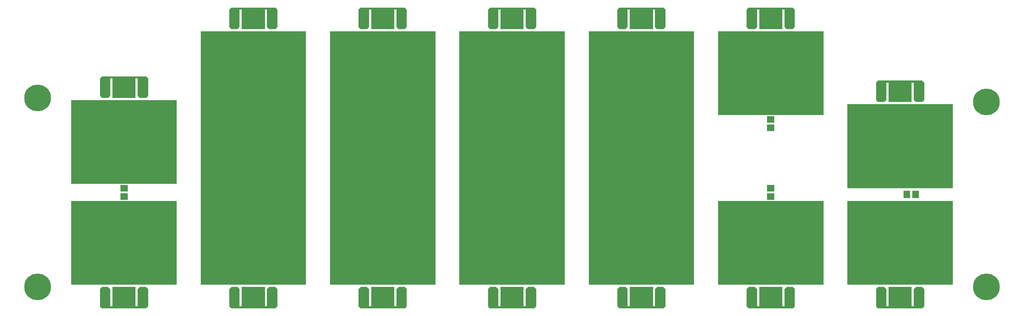
<source format=gbr>
%FSTAX66Y66*%
%MOMM*%
%SFA1B1*%

%IPPOS*%
%ADD23R,1.753196X1.553197*%
%ADD24R,1.553197X1.753196*%
%ADD25C,6.203188*%
%LNduts_soldermask_top-1*%
%LPD*%
G36*
X000180588005Y00006951759D02*
Y000065482774D01*
X000180105405Y000065000174*
X000178657605*
X00017817498Y000065482774*
Y000069500191*
X000177674981*
Y000065000174*
X000172324979*
Y000069500191*
X000171825005*
Y000065482774*
X000171342405Y000065000174*
X000169894605*
X00016941198Y000065482774*
Y00006951759*
X000169894605Y00007000019*
X000180105405*
X000180588005Y00006951759*
G37*
G36*
X000150587989Y000069517183D02*
Y000065482393D01*
X000150105389Y000064999793*
X000148657589*
X000148174989Y000065482393*
Y000069499784*
X00014767499*
Y000064999793*
X000142324988*
Y000069499784*
X000141824989*
Y000065482393*
X000141342389Y000064999793*
X000139894589*
X000139411989Y000065482393*
Y000069517183*
X000139894589Y000069999783*
X000150105389*
X000150587989Y000069517183*
G37*
G36*
X000120587998Y000069516777D02*
Y000065481987D01*
X000120105398Y000064999387*
X000118657598*
X000118174998Y000065481987*
Y000069499378*
X000117674999*
Y000064999387*
X000112324997*
Y000069499378*
X000111824998*
Y000065481987*
X000111342398Y000064999387*
X000109894598*
X000109411998Y000065481987*
Y000069516777*
X000109894598Y000069999377*
X000120105398*
X000120587998Y000069516777*
G37*
G36*
X000090587982Y000069516371D02*
Y000065481581D01*
X000090105382Y000064998981*
X000088657582*
X000088174982Y000065481581*
Y000069498972*
X000087674983*
Y000064998981*
X000082324981*
Y000069498972*
X000081824982*
Y000065481581*
X000081342382Y000064998981*
X000079894582*
X000079411982Y000065481581*
Y000069516371*
X000079894582Y000069998971*
X000090105382*
X000090587982Y000069516371*
G37*
G36*
X000060587991Y00006951599D02*
Y000065481174D01*
X000060105391Y000064998574*
X000058657591*
X000058174991Y000065481174*
Y000069498565*
X000057674992*
Y000064998574*
X00005232499*
Y000069498565*
X000051824991*
Y000065481174*
X000051342391Y000064998574*
X000049894591*
X000049411991Y000065481174*
Y00006951599*
X000049894591Y00006999859*
X000060105391*
X000060587991Y00006951599*
G37*
G36*
X000030587975Y000053515768D02*
Y000049480978D01*
X000030105375Y000048998378*
X000028657575*
X000028174975Y000049480978*
Y000053498369*
X000027674976*
Y000048998378*
X000022324999*
Y000053498369*
X000021824975*
Y000049480978*
X000021342375Y000048998378*
X000019894575*
X000019411975Y000049480978*
Y000053515768*
X000019894575Y000053998368*
X000030105375*
X000030587975Y000053515768*
G37*
G36*
X000210587996Y000052518183D02*
Y000048483393D01*
X000210105396Y000048000793*
X000208657596*
X000208174996Y000048483393*
Y000052500784*
X000207674997*
Y000048000793*
X000202324995*
Y000052500784*
X000201824996*
Y000048483393*
X000201342396Y000048000793*
X000199894596*
X000199411996Y000048483393*
Y000052518183*
X000199894596Y000053000783*
X000210105396*
X000210587996Y000052518183*
G37*
G36*
X000187221977Y000045000189D02*
X000162778008D01*
Y000064500175*
X000187221977*
Y000045000189*
G37*
G36*
X000157221961Y000044999783D02*
X000132778017D01*
Y000064499794*
X000157221961*
Y000044999783*
G37*
G36*
X000037221972Y000028998367D02*
X000012778003D01*
Y000048498379*
X000037221972*
Y000028998367*
G37*
G36*
X000217221968Y000028000782D02*
X000192777999D01*
Y000047500794*
X000217221968*
Y000028000782*
G37*
G36*
Y000005502402D02*
X000192777999D01*
Y000025002388*
X000217221968*
Y000005502402*
G37*
G36*
X000187221977Y000005501792D02*
X000162778008D01*
Y000025001804*
X000187221977*
Y000005501792*
G37*
G36*
X000157221961Y000025001397D02*
Y000005501386D01*
X000132778017*
Y000025001397*
Y000044999376*
X000157221961*
Y000025001397*
G37*
G36*
X00012722197Y000044999376D02*
Y000025000991D01*
Y000005500979*
X000102778001*
Y000025000991*
Y000044999376*
Y000064499388*
X00012722197*
Y000044999376*
G37*
G36*
X000097221979Y00004499897D02*
Y000025000585D01*
Y000005500598*
X00007277801*
Y000025000585*
Y00004499897*
Y000064498982*
X000097221979*
Y00004499897*
G37*
G36*
X000067221989Y000044998589D02*
Y000025000178D01*
Y000005500192*
X000042777994*
Y000025000178*
Y000044998589*
Y000064498575*
X000067221989*
Y000044998589*
G37*
G36*
X000037221972Y000005499785D02*
X000012778003D01*
Y000024999797*
X000037221972*
Y000005499785*
G37*
G36*
X000210587996Y000004519803D02*
Y000000484987D01*
X000210105396Y000000002387*
X000199894596*
X000199411996Y000000484987*
Y000004519803*
X000199894596Y000005002403*
X000201342396*
X000201824996Y000004519803*
Y000000502386*
X000202324995*
Y000005002403*
X000207674997*
Y000000502386*
X000208174996*
Y000004519803*
X000208657596Y000005002403*
X000210105396*
X000210587996Y000004519803*
G37*
G36*
X000180588005Y000004519193D02*
Y000000484403D01*
X000180105405Y000000001803*
X000169894605*
X00016941198Y000000484403*
Y000004519193*
X000169894605Y000005001793*
X000171342405*
X000171825005Y000004519193*
Y000000501802*
X000172324979*
Y000005001793*
X000177674981*
Y000000501802*
X00017817498*
Y000004519193*
X000178657605Y000005001793*
X000180105405*
X000180588005Y000004519193*
G37*
G36*
X000150587989Y000004518787D02*
Y000000483997D01*
X000150105389Y000000001397*
X000139894589*
X000139411989Y000000483997*
Y000004518787*
X000139894589Y000005001387*
X000141342389*
X000141824989Y000004518787*
Y000000501396*
X000142324988*
Y000005001387*
X00014767499*
Y000000501396*
X000148174989*
Y000004518787*
X000148657589Y000005001387*
X000150105389*
X000150587989Y000004518787*
G37*
G36*
X000120587998Y000004518406D02*
Y00000048359D01*
X000120105398Y00000000099*
X000109894598*
X000109411998Y00000048359*
Y000004518406*
X000109894598Y000005001006*
X000111342398*
X000111824998Y000004518406*
Y000000500989*
X000112324997*
Y000005001006*
X000117674999*
Y000000500989*
X000118174998*
Y000004518406*
X000118657598Y000005001006*
X000120105398*
X000120587998Y000004518406*
G37*
G36*
X000090587982Y000004517999D02*
Y000000483184D01*
X000090105382Y000000000584*
X000079894582*
X000079411982Y000000483184*
Y000004517999*
X000079894582Y000005000599*
X000081342382*
X000081824982Y000004517999*
Y000000500583*
X000082324981*
Y000005000599*
X000087674983*
Y000000500583*
X000088174982*
Y000004517999*
X000088657582Y000005000599*
X000090105382*
X000090587982Y000004517999*
G37*
G36*
X000060587991Y000004517593D02*
Y000000482777D01*
X000060105391Y000000000177*
X000049894591*
X000049411991Y000000482777*
Y000004517593*
X000049894591Y000005000193*
X000051342391*
X000051824991Y000004517593*
Y000000500176*
X00005232499*
Y000005000193*
X000057674992*
Y000000500176*
X000058174991*
Y000004517593*
X000058657591Y000005000193*
X000060105391*
X000060587991Y000004517593*
G37*
G36*
X000030587975Y000004517186D02*
Y000000482396D01*
X000030105375Y-000000000177*
X000019894575*
X000019411975Y000000482396*
Y000004517186*
X000019894575Y000004999786*
X000021342375*
X000021824975Y000004517186*
Y000000499795*
X000022324999*
Y000004999786*
X000027674976*
Y000000499795*
X000028174975*
Y000004517186*
X000028657575Y000004999786*
X000030105375*
X000030587975Y000004517186*
G37*
G54D23*
X000024999975Y000026024078D03*
Y000027974086D03*
X000175000005Y000026001802D03*
Y000027951785D03*
Y000044000191D03*
Y000042050182D03*
G54D24*
X000206595522Y000026502385D03*
X000208545531D03*
G54D25*
X00000499999Y000049000003D03*
X000224999981Y00004799998D03*
X000224999956Y000005001615D03*
X00000499999Y000005000015D03*
M02*
</source>
